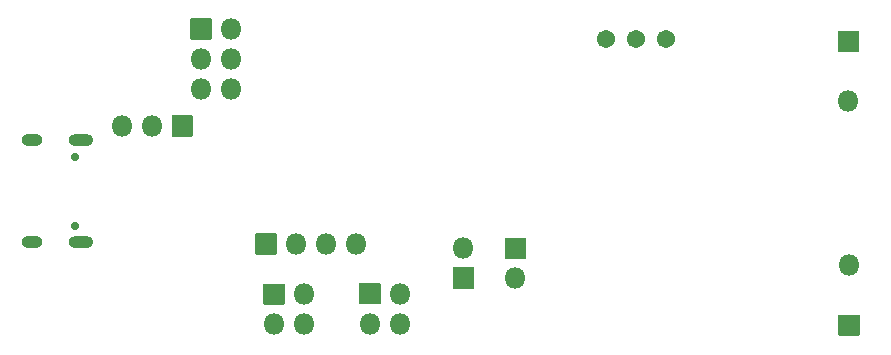
<source format=gbr>
G04 #@! TF.GenerationSoftware,KiCad,Pcbnew,(6.0.0)*
G04 #@! TF.CreationDate,2023-01-21T18:13:16+03:00*
G04 #@! TF.ProjectId,im_converter,696d5f63-6f6e-4766-9572-7465722e6b69,rev?*
G04 #@! TF.SameCoordinates,Original*
G04 #@! TF.FileFunction,Soldermask,Bot*
G04 #@! TF.FilePolarity,Negative*
%FSLAX46Y46*%
G04 Gerber Fmt 4.6, Leading zero omitted, Abs format (unit mm)*
G04 Created by KiCad (PCBNEW (6.0.0)) date 2023-01-21 18:13:16*
%MOMM*%
%LPD*%
G01*
G04 APERTURE LIST*
%ADD10O,1.802000X1.802000*%
%ADD11C,0.702000*%
%ADD12O,1.802000X1.002000*%
%ADD13O,2.102000X1.002000*%
%ADD14C,1.542000*%
G04 APERTURE END LIST*
G36*
G01*
X129370000Y-135099000D02*
X131070000Y-135099000D01*
G75*
G02*
X131121000Y-135150000I0J-51000D01*
G01*
X131121000Y-136850000D01*
G75*
G02*
X131070000Y-136901000I-51000J0D01*
G01*
X129370000Y-136901000D01*
G75*
G02*
X129319000Y-136850000I0J51000D01*
G01*
X129319000Y-135150000D01*
G75*
G02*
X129370000Y-135099000I51000J0D01*
G01*
G37*
D10*
X127680000Y-136000000D03*
X125140000Y-136000000D03*
G36*
G01*
X154921000Y-148020000D02*
X154921000Y-149720000D01*
G75*
G02*
X154870000Y-149771000I-51000J0D01*
G01*
X153170000Y-149771000D01*
G75*
G02*
X153119000Y-149720000I0J51000D01*
G01*
X153119000Y-148020000D01*
G75*
G02*
X153170000Y-147969000I51000J0D01*
G01*
X154870000Y-147969000D01*
G75*
G02*
X154921000Y-148020000I0J-51000D01*
G01*
G37*
X154020000Y-146330000D03*
G36*
G01*
X157509000Y-147200000D02*
X157509000Y-145500000D01*
G75*
G02*
X157560000Y-145449000I51000J0D01*
G01*
X159260000Y-145449000D01*
G75*
G02*
X159311000Y-145500000I0J-51000D01*
G01*
X159311000Y-147200000D01*
G75*
G02*
X159260000Y-147251000I-51000J0D01*
G01*
X157560000Y-147251000D01*
G75*
G02*
X157509000Y-147200000I0J51000D01*
G01*
G37*
X158410000Y-148890000D03*
G36*
G01*
X185719000Y-129670000D02*
X185719000Y-127970000D01*
G75*
G02*
X185770000Y-127919000I51000J0D01*
G01*
X187470000Y-127919000D01*
G75*
G02*
X187521000Y-127970000I0J-51000D01*
G01*
X187521000Y-129670000D01*
G75*
G02*
X187470000Y-129721000I-51000J0D01*
G01*
X185770000Y-129721000D01*
G75*
G02*
X185719000Y-129670000I0J51000D01*
G01*
G37*
X186620000Y-133900000D03*
G36*
G01*
X187571000Y-152020000D02*
X187571000Y-153720000D01*
G75*
G02*
X187520000Y-153771000I-51000J0D01*
G01*
X185820000Y-153771000D01*
G75*
G02*
X185769000Y-153720000I0J51000D01*
G01*
X185769000Y-152020000D01*
G75*
G02*
X185820000Y-151969000I51000J0D01*
G01*
X187520000Y-151969000D01*
G75*
G02*
X187571000Y-152020000I0J-51000D01*
G01*
G37*
X186670000Y-147790000D03*
G36*
G01*
X137099000Y-151090000D02*
X137099000Y-149390000D01*
G75*
G02*
X137150000Y-149339000I51000J0D01*
G01*
X138850000Y-149339000D01*
G75*
G02*
X138901000Y-149390000I0J-51000D01*
G01*
X138901000Y-151090000D01*
G75*
G02*
X138850000Y-151141000I-51000J0D01*
G01*
X137150000Y-151141000D01*
G75*
G02*
X137099000Y-151090000I0J51000D01*
G01*
G37*
X140540000Y-150240000D03*
X138000000Y-152780000D03*
X140540000Y-152780000D03*
G36*
G01*
X145209000Y-151040000D02*
X145209000Y-149340000D01*
G75*
G02*
X145260000Y-149289000I51000J0D01*
G01*
X146960000Y-149289000D01*
G75*
G02*
X147011000Y-149340000I0J-51000D01*
G01*
X147011000Y-151040000D01*
G75*
G02*
X146960000Y-151091000I-51000J0D01*
G01*
X145260000Y-151091000D01*
G75*
G02*
X145209000Y-151040000I0J51000D01*
G01*
G37*
X148650000Y-150190000D03*
X146110000Y-152730000D03*
X148650000Y-152730000D03*
G36*
G01*
X130899000Y-128650000D02*
X130899000Y-126950000D01*
G75*
G02*
X130950000Y-126899000I51000J0D01*
G01*
X132650000Y-126899000D01*
G75*
G02*
X132701000Y-126950000I0J-51000D01*
G01*
X132701000Y-128650000D01*
G75*
G02*
X132650000Y-128701000I-51000J0D01*
G01*
X130950000Y-128701000D01*
G75*
G02*
X130899000Y-128650000I0J51000D01*
G01*
G37*
X134340000Y-127800000D03*
X131800000Y-130340000D03*
X134340000Y-130340000D03*
X131800000Y-132880000D03*
X134340000Y-132880000D03*
G36*
G01*
X138170000Y-146891000D02*
X136470000Y-146891000D01*
G75*
G02*
X136419000Y-146840000I0J51000D01*
G01*
X136419000Y-145140000D01*
G75*
G02*
X136470000Y-145089000I51000J0D01*
G01*
X138170000Y-145089000D01*
G75*
G02*
X138221000Y-145140000I0J-51000D01*
G01*
X138221000Y-146840000D01*
G75*
G02*
X138170000Y-146891000I-51000J0D01*
G01*
G37*
X139860000Y-145990000D03*
X142400000Y-145990000D03*
X144940000Y-145990000D03*
D11*
X121180000Y-138650000D03*
X121180000Y-144430000D03*
D12*
X117490000Y-145860000D03*
D13*
X121660000Y-145860000D03*
D12*
X117490000Y-137220000D03*
D13*
X121660000Y-137220000D03*
D14*
X171210000Y-128600000D03*
X168670000Y-128600000D03*
X166130000Y-128600000D03*
M02*

</source>
